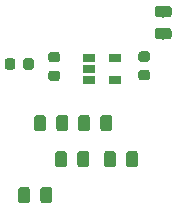
<source format=gbr>
G04 #@! TF.GenerationSoftware,KiCad,Pcbnew,(5.0.1)-rc2*
G04 #@! TF.CreationDate,2019-05-10T17:24:36-07:00*
G04 #@! TF.ProjectId,SAMD21E,53414D443231452E6B696361645F7063,rev?*
G04 #@! TF.SameCoordinates,Original*
G04 #@! TF.FileFunction,Paste,Bot*
G04 #@! TF.FilePolarity,Positive*
%FSLAX46Y46*%
G04 Gerber Fmt 4.6, Leading zero omitted, Abs format (unit mm)*
G04 Created by KiCad (PCBNEW (5.0.1)-rc2) date 5/10/2019 5:24:36 PM*
%MOMM*%
%LPD*%
G01*
G04 APERTURE LIST*
%ADD10C,0.100000*%
%ADD11C,0.975000*%
%ADD12C,0.875000*%
%ADD13R,1.060000X0.650000*%
G04 APERTURE END LIST*
D10*
G04 #@! TO.C,C3*
G36*
X159271642Y-101917174D02*
X159295303Y-101920684D01*
X159318507Y-101926496D01*
X159341029Y-101934554D01*
X159362653Y-101944782D01*
X159383170Y-101957079D01*
X159402383Y-101971329D01*
X159420107Y-101987393D01*
X159436171Y-102005117D01*
X159450421Y-102024330D01*
X159462718Y-102044847D01*
X159472946Y-102066471D01*
X159481004Y-102088993D01*
X159486816Y-102112197D01*
X159490326Y-102135858D01*
X159491500Y-102159750D01*
X159491500Y-103072250D01*
X159490326Y-103096142D01*
X159486816Y-103119803D01*
X159481004Y-103143007D01*
X159472946Y-103165529D01*
X159462718Y-103187153D01*
X159450421Y-103207670D01*
X159436171Y-103226883D01*
X159420107Y-103244607D01*
X159402383Y-103260671D01*
X159383170Y-103274921D01*
X159362653Y-103287218D01*
X159341029Y-103297446D01*
X159318507Y-103305504D01*
X159295303Y-103311316D01*
X159271642Y-103314826D01*
X159247750Y-103316000D01*
X158760250Y-103316000D01*
X158736358Y-103314826D01*
X158712697Y-103311316D01*
X158689493Y-103305504D01*
X158666971Y-103297446D01*
X158645347Y-103287218D01*
X158624830Y-103274921D01*
X158605617Y-103260671D01*
X158587893Y-103244607D01*
X158571829Y-103226883D01*
X158557579Y-103207670D01*
X158545282Y-103187153D01*
X158535054Y-103165529D01*
X158526996Y-103143007D01*
X158521184Y-103119803D01*
X158517674Y-103096142D01*
X158516500Y-103072250D01*
X158516500Y-102159750D01*
X158517674Y-102135858D01*
X158521184Y-102112197D01*
X158526996Y-102088993D01*
X158535054Y-102066471D01*
X158545282Y-102044847D01*
X158557579Y-102024330D01*
X158571829Y-102005117D01*
X158587893Y-101987393D01*
X158605617Y-101971329D01*
X158624830Y-101957079D01*
X158645347Y-101944782D01*
X158666971Y-101934554D01*
X158689493Y-101926496D01*
X158712697Y-101920684D01*
X158736358Y-101917174D01*
X158760250Y-101916000D01*
X159247750Y-101916000D01*
X159271642Y-101917174D01*
X159271642Y-101917174D01*
G37*
D11*
X159004000Y-102616000D03*
D10*
G36*
X161146642Y-101917174D02*
X161170303Y-101920684D01*
X161193507Y-101926496D01*
X161216029Y-101934554D01*
X161237653Y-101944782D01*
X161258170Y-101957079D01*
X161277383Y-101971329D01*
X161295107Y-101987393D01*
X161311171Y-102005117D01*
X161325421Y-102024330D01*
X161337718Y-102044847D01*
X161347946Y-102066471D01*
X161356004Y-102088993D01*
X161361816Y-102112197D01*
X161365326Y-102135858D01*
X161366500Y-102159750D01*
X161366500Y-103072250D01*
X161365326Y-103096142D01*
X161361816Y-103119803D01*
X161356004Y-103143007D01*
X161347946Y-103165529D01*
X161337718Y-103187153D01*
X161325421Y-103207670D01*
X161311171Y-103226883D01*
X161295107Y-103244607D01*
X161277383Y-103260671D01*
X161258170Y-103274921D01*
X161237653Y-103287218D01*
X161216029Y-103297446D01*
X161193507Y-103305504D01*
X161170303Y-103311316D01*
X161146642Y-103314826D01*
X161122750Y-103316000D01*
X160635250Y-103316000D01*
X160611358Y-103314826D01*
X160587697Y-103311316D01*
X160564493Y-103305504D01*
X160541971Y-103297446D01*
X160520347Y-103287218D01*
X160499830Y-103274921D01*
X160480617Y-103260671D01*
X160462893Y-103244607D01*
X160446829Y-103226883D01*
X160432579Y-103207670D01*
X160420282Y-103187153D01*
X160410054Y-103165529D01*
X160401996Y-103143007D01*
X160396184Y-103119803D01*
X160392674Y-103096142D01*
X160391500Y-103072250D01*
X160391500Y-102159750D01*
X160392674Y-102135858D01*
X160396184Y-102112197D01*
X160401996Y-102088993D01*
X160410054Y-102066471D01*
X160420282Y-102044847D01*
X160432579Y-102024330D01*
X160446829Y-102005117D01*
X160462893Y-101987393D01*
X160480617Y-101971329D01*
X160499830Y-101957079D01*
X160520347Y-101944782D01*
X160541971Y-101934554D01*
X160564493Y-101926496D01*
X160587697Y-101920684D01*
X160611358Y-101917174D01*
X160635250Y-101916000D01*
X161122750Y-101916000D01*
X161146642Y-101917174D01*
X161146642Y-101917174D01*
G37*
D11*
X160879000Y-102616000D03*
G04 #@! TD*
D10*
G04 #@! TO.C,C4*
G36*
X155540142Y-101917174D02*
X155563803Y-101920684D01*
X155587007Y-101926496D01*
X155609529Y-101934554D01*
X155631153Y-101944782D01*
X155651670Y-101957079D01*
X155670883Y-101971329D01*
X155688607Y-101987393D01*
X155704671Y-102005117D01*
X155718921Y-102024330D01*
X155731218Y-102044847D01*
X155741446Y-102066471D01*
X155749504Y-102088993D01*
X155755316Y-102112197D01*
X155758826Y-102135858D01*
X155760000Y-102159750D01*
X155760000Y-103072250D01*
X155758826Y-103096142D01*
X155755316Y-103119803D01*
X155749504Y-103143007D01*
X155741446Y-103165529D01*
X155731218Y-103187153D01*
X155718921Y-103207670D01*
X155704671Y-103226883D01*
X155688607Y-103244607D01*
X155670883Y-103260671D01*
X155651670Y-103274921D01*
X155631153Y-103287218D01*
X155609529Y-103297446D01*
X155587007Y-103305504D01*
X155563803Y-103311316D01*
X155540142Y-103314826D01*
X155516250Y-103316000D01*
X155028750Y-103316000D01*
X155004858Y-103314826D01*
X154981197Y-103311316D01*
X154957993Y-103305504D01*
X154935471Y-103297446D01*
X154913847Y-103287218D01*
X154893330Y-103274921D01*
X154874117Y-103260671D01*
X154856393Y-103244607D01*
X154840329Y-103226883D01*
X154826079Y-103207670D01*
X154813782Y-103187153D01*
X154803554Y-103165529D01*
X154795496Y-103143007D01*
X154789684Y-103119803D01*
X154786174Y-103096142D01*
X154785000Y-103072250D01*
X154785000Y-102159750D01*
X154786174Y-102135858D01*
X154789684Y-102112197D01*
X154795496Y-102088993D01*
X154803554Y-102066471D01*
X154813782Y-102044847D01*
X154826079Y-102024330D01*
X154840329Y-102005117D01*
X154856393Y-101987393D01*
X154874117Y-101971329D01*
X154893330Y-101957079D01*
X154913847Y-101944782D01*
X154935471Y-101934554D01*
X154957993Y-101926496D01*
X154981197Y-101920684D01*
X155004858Y-101917174D01*
X155028750Y-101916000D01*
X155516250Y-101916000D01*
X155540142Y-101917174D01*
X155540142Y-101917174D01*
G37*
D11*
X155272500Y-102616000D03*
D10*
G36*
X157415142Y-101917174D02*
X157438803Y-101920684D01*
X157462007Y-101926496D01*
X157484529Y-101934554D01*
X157506153Y-101944782D01*
X157526670Y-101957079D01*
X157545883Y-101971329D01*
X157563607Y-101987393D01*
X157579671Y-102005117D01*
X157593921Y-102024330D01*
X157606218Y-102044847D01*
X157616446Y-102066471D01*
X157624504Y-102088993D01*
X157630316Y-102112197D01*
X157633826Y-102135858D01*
X157635000Y-102159750D01*
X157635000Y-103072250D01*
X157633826Y-103096142D01*
X157630316Y-103119803D01*
X157624504Y-103143007D01*
X157616446Y-103165529D01*
X157606218Y-103187153D01*
X157593921Y-103207670D01*
X157579671Y-103226883D01*
X157563607Y-103244607D01*
X157545883Y-103260671D01*
X157526670Y-103274921D01*
X157506153Y-103287218D01*
X157484529Y-103297446D01*
X157462007Y-103305504D01*
X157438803Y-103311316D01*
X157415142Y-103314826D01*
X157391250Y-103316000D01*
X156903750Y-103316000D01*
X156879858Y-103314826D01*
X156856197Y-103311316D01*
X156832993Y-103305504D01*
X156810471Y-103297446D01*
X156788847Y-103287218D01*
X156768330Y-103274921D01*
X156749117Y-103260671D01*
X156731393Y-103244607D01*
X156715329Y-103226883D01*
X156701079Y-103207670D01*
X156688782Y-103187153D01*
X156678554Y-103165529D01*
X156670496Y-103143007D01*
X156664684Y-103119803D01*
X156661174Y-103096142D01*
X156660000Y-103072250D01*
X156660000Y-102159750D01*
X156661174Y-102135858D01*
X156664684Y-102112197D01*
X156670496Y-102088993D01*
X156678554Y-102066471D01*
X156688782Y-102044847D01*
X156701079Y-102024330D01*
X156715329Y-102005117D01*
X156731393Y-101987393D01*
X156749117Y-101971329D01*
X156768330Y-101957079D01*
X156788847Y-101944782D01*
X156810471Y-101934554D01*
X156832993Y-101926496D01*
X156856197Y-101920684D01*
X156879858Y-101917174D01*
X156903750Y-101916000D01*
X157391250Y-101916000D01*
X157415142Y-101917174D01*
X157415142Y-101917174D01*
G37*
D11*
X157147500Y-102616000D03*
G04 #@! TD*
D10*
G04 #@! TO.C,C5*
G36*
X156741691Y-96591553D02*
X156762926Y-96594703D01*
X156783750Y-96599919D01*
X156803962Y-96607151D01*
X156823368Y-96616330D01*
X156841781Y-96627366D01*
X156859024Y-96640154D01*
X156874930Y-96654570D01*
X156889346Y-96670476D01*
X156902134Y-96687719D01*
X156913170Y-96706132D01*
X156922349Y-96725538D01*
X156929581Y-96745750D01*
X156934797Y-96766574D01*
X156937947Y-96787809D01*
X156939000Y-96809250D01*
X156939000Y-97246750D01*
X156937947Y-97268191D01*
X156934797Y-97289426D01*
X156929581Y-97310250D01*
X156922349Y-97330462D01*
X156913170Y-97349868D01*
X156902134Y-97368281D01*
X156889346Y-97385524D01*
X156874930Y-97401430D01*
X156859024Y-97415846D01*
X156841781Y-97428634D01*
X156823368Y-97439670D01*
X156803962Y-97448849D01*
X156783750Y-97456081D01*
X156762926Y-97461297D01*
X156741691Y-97464447D01*
X156720250Y-97465500D01*
X156207750Y-97465500D01*
X156186309Y-97464447D01*
X156165074Y-97461297D01*
X156144250Y-97456081D01*
X156124038Y-97448849D01*
X156104632Y-97439670D01*
X156086219Y-97428634D01*
X156068976Y-97415846D01*
X156053070Y-97401430D01*
X156038654Y-97385524D01*
X156025866Y-97368281D01*
X156014830Y-97349868D01*
X156005651Y-97330462D01*
X155998419Y-97310250D01*
X155993203Y-97289426D01*
X155990053Y-97268191D01*
X155989000Y-97246750D01*
X155989000Y-96809250D01*
X155990053Y-96787809D01*
X155993203Y-96766574D01*
X155998419Y-96745750D01*
X156005651Y-96725538D01*
X156014830Y-96706132D01*
X156025866Y-96687719D01*
X156038654Y-96670476D01*
X156053070Y-96654570D01*
X156068976Y-96640154D01*
X156086219Y-96627366D01*
X156104632Y-96616330D01*
X156124038Y-96607151D01*
X156144250Y-96599919D01*
X156165074Y-96594703D01*
X156186309Y-96591553D01*
X156207750Y-96590500D01*
X156720250Y-96590500D01*
X156741691Y-96591553D01*
X156741691Y-96591553D01*
G37*
D12*
X156464000Y-97028000D03*
D10*
G36*
X156741691Y-98166553D02*
X156762926Y-98169703D01*
X156783750Y-98174919D01*
X156803962Y-98182151D01*
X156823368Y-98191330D01*
X156841781Y-98202366D01*
X156859024Y-98215154D01*
X156874930Y-98229570D01*
X156889346Y-98245476D01*
X156902134Y-98262719D01*
X156913170Y-98281132D01*
X156922349Y-98300538D01*
X156929581Y-98320750D01*
X156934797Y-98341574D01*
X156937947Y-98362809D01*
X156939000Y-98384250D01*
X156939000Y-98821750D01*
X156937947Y-98843191D01*
X156934797Y-98864426D01*
X156929581Y-98885250D01*
X156922349Y-98905462D01*
X156913170Y-98924868D01*
X156902134Y-98943281D01*
X156889346Y-98960524D01*
X156874930Y-98976430D01*
X156859024Y-98990846D01*
X156841781Y-99003634D01*
X156823368Y-99014670D01*
X156803962Y-99023849D01*
X156783750Y-99031081D01*
X156762926Y-99036297D01*
X156741691Y-99039447D01*
X156720250Y-99040500D01*
X156207750Y-99040500D01*
X156186309Y-99039447D01*
X156165074Y-99036297D01*
X156144250Y-99031081D01*
X156124038Y-99023849D01*
X156104632Y-99014670D01*
X156086219Y-99003634D01*
X156068976Y-98990846D01*
X156053070Y-98976430D01*
X156038654Y-98960524D01*
X156025866Y-98943281D01*
X156014830Y-98924868D01*
X156005651Y-98905462D01*
X155998419Y-98885250D01*
X155993203Y-98864426D01*
X155990053Y-98843191D01*
X155989000Y-98821750D01*
X155989000Y-98384250D01*
X155990053Y-98362809D01*
X155993203Y-98341574D01*
X155998419Y-98320750D01*
X156005651Y-98300538D01*
X156014830Y-98281132D01*
X156025866Y-98262719D01*
X156038654Y-98245476D01*
X156053070Y-98229570D01*
X156068976Y-98215154D01*
X156086219Y-98202366D01*
X156104632Y-98191330D01*
X156124038Y-98182151D01*
X156144250Y-98174919D01*
X156165074Y-98169703D01*
X156186309Y-98166553D01*
X156207750Y-98165500D01*
X156720250Y-98165500D01*
X156741691Y-98166553D01*
X156741691Y-98166553D01*
G37*
D12*
X156464000Y-98603000D03*
G04 #@! TD*
D10*
G04 #@! TO.C,C6*
G36*
X161460642Y-104965174D02*
X161484303Y-104968684D01*
X161507507Y-104974496D01*
X161530029Y-104982554D01*
X161551653Y-104992782D01*
X161572170Y-105005079D01*
X161591383Y-105019329D01*
X161609107Y-105035393D01*
X161625171Y-105053117D01*
X161639421Y-105072330D01*
X161651718Y-105092847D01*
X161661946Y-105114471D01*
X161670004Y-105136993D01*
X161675816Y-105160197D01*
X161679326Y-105183858D01*
X161680500Y-105207750D01*
X161680500Y-106120250D01*
X161679326Y-106144142D01*
X161675816Y-106167803D01*
X161670004Y-106191007D01*
X161661946Y-106213529D01*
X161651718Y-106235153D01*
X161639421Y-106255670D01*
X161625171Y-106274883D01*
X161609107Y-106292607D01*
X161591383Y-106308671D01*
X161572170Y-106322921D01*
X161551653Y-106335218D01*
X161530029Y-106345446D01*
X161507507Y-106353504D01*
X161484303Y-106359316D01*
X161460642Y-106362826D01*
X161436750Y-106364000D01*
X160949250Y-106364000D01*
X160925358Y-106362826D01*
X160901697Y-106359316D01*
X160878493Y-106353504D01*
X160855971Y-106345446D01*
X160834347Y-106335218D01*
X160813830Y-106322921D01*
X160794617Y-106308671D01*
X160776893Y-106292607D01*
X160760829Y-106274883D01*
X160746579Y-106255670D01*
X160734282Y-106235153D01*
X160724054Y-106213529D01*
X160715996Y-106191007D01*
X160710184Y-106167803D01*
X160706674Y-106144142D01*
X160705500Y-106120250D01*
X160705500Y-105207750D01*
X160706674Y-105183858D01*
X160710184Y-105160197D01*
X160715996Y-105136993D01*
X160724054Y-105114471D01*
X160734282Y-105092847D01*
X160746579Y-105072330D01*
X160760829Y-105053117D01*
X160776893Y-105035393D01*
X160794617Y-105019329D01*
X160813830Y-105005079D01*
X160834347Y-104992782D01*
X160855971Y-104982554D01*
X160878493Y-104974496D01*
X160901697Y-104968684D01*
X160925358Y-104965174D01*
X160949250Y-104964000D01*
X161436750Y-104964000D01*
X161460642Y-104965174D01*
X161460642Y-104965174D01*
G37*
D11*
X161193000Y-105664000D03*
D10*
G36*
X163335642Y-104965174D02*
X163359303Y-104968684D01*
X163382507Y-104974496D01*
X163405029Y-104982554D01*
X163426653Y-104992782D01*
X163447170Y-105005079D01*
X163466383Y-105019329D01*
X163484107Y-105035393D01*
X163500171Y-105053117D01*
X163514421Y-105072330D01*
X163526718Y-105092847D01*
X163536946Y-105114471D01*
X163545004Y-105136993D01*
X163550816Y-105160197D01*
X163554326Y-105183858D01*
X163555500Y-105207750D01*
X163555500Y-106120250D01*
X163554326Y-106144142D01*
X163550816Y-106167803D01*
X163545004Y-106191007D01*
X163536946Y-106213529D01*
X163526718Y-106235153D01*
X163514421Y-106255670D01*
X163500171Y-106274883D01*
X163484107Y-106292607D01*
X163466383Y-106308671D01*
X163447170Y-106322921D01*
X163426653Y-106335218D01*
X163405029Y-106345446D01*
X163382507Y-106353504D01*
X163359303Y-106359316D01*
X163335642Y-106362826D01*
X163311750Y-106364000D01*
X162824250Y-106364000D01*
X162800358Y-106362826D01*
X162776697Y-106359316D01*
X162753493Y-106353504D01*
X162730971Y-106345446D01*
X162709347Y-106335218D01*
X162688830Y-106322921D01*
X162669617Y-106308671D01*
X162651893Y-106292607D01*
X162635829Y-106274883D01*
X162621579Y-106255670D01*
X162609282Y-106235153D01*
X162599054Y-106213529D01*
X162590996Y-106191007D01*
X162585184Y-106167803D01*
X162581674Y-106144142D01*
X162580500Y-106120250D01*
X162580500Y-105207750D01*
X162581674Y-105183858D01*
X162585184Y-105160197D01*
X162590996Y-105136993D01*
X162599054Y-105114471D01*
X162609282Y-105092847D01*
X162621579Y-105072330D01*
X162635829Y-105053117D01*
X162651893Y-105035393D01*
X162669617Y-105019329D01*
X162688830Y-105005079D01*
X162709347Y-104992782D01*
X162730971Y-104982554D01*
X162753493Y-104974496D01*
X162776697Y-104968684D01*
X162800358Y-104965174D01*
X162824250Y-104964000D01*
X163311750Y-104964000D01*
X163335642Y-104965174D01*
X163335642Y-104965174D01*
G37*
D11*
X163068000Y-105664000D03*
G04 #@! TD*
D10*
G04 #@! TO.C,C7*
G36*
X154191642Y-108013174D02*
X154215303Y-108016684D01*
X154238507Y-108022496D01*
X154261029Y-108030554D01*
X154282653Y-108040782D01*
X154303170Y-108053079D01*
X154322383Y-108067329D01*
X154340107Y-108083393D01*
X154356171Y-108101117D01*
X154370421Y-108120330D01*
X154382718Y-108140847D01*
X154392946Y-108162471D01*
X154401004Y-108184993D01*
X154406816Y-108208197D01*
X154410326Y-108231858D01*
X154411500Y-108255750D01*
X154411500Y-109168250D01*
X154410326Y-109192142D01*
X154406816Y-109215803D01*
X154401004Y-109239007D01*
X154392946Y-109261529D01*
X154382718Y-109283153D01*
X154370421Y-109303670D01*
X154356171Y-109322883D01*
X154340107Y-109340607D01*
X154322383Y-109356671D01*
X154303170Y-109370921D01*
X154282653Y-109383218D01*
X154261029Y-109393446D01*
X154238507Y-109401504D01*
X154215303Y-109407316D01*
X154191642Y-109410826D01*
X154167750Y-109412000D01*
X153680250Y-109412000D01*
X153656358Y-109410826D01*
X153632697Y-109407316D01*
X153609493Y-109401504D01*
X153586971Y-109393446D01*
X153565347Y-109383218D01*
X153544830Y-109370921D01*
X153525617Y-109356671D01*
X153507893Y-109340607D01*
X153491829Y-109322883D01*
X153477579Y-109303670D01*
X153465282Y-109283153D01*
X153455054Y-109261529D01*
X153446996Y-109239007D01*
X153441184Y-109215803D01*
X153437674Y-109192142D01*
X153436500Y-109168250D01*
X153436500Y-108255750D01*
X153437674Y-108231858D01*
X153441184Y-108208197D01*
X153446996Y-108184993D01*
X153455054Y-108162471D01*
X153465282Y-108140847D01*
X153477579Y-108120330D01*
X153491829Y-108101117D01*
X153507893Y-108083393D01*
X153525617Y-108067329D01*
X153544830Y-108053079D01*
X153565347Y-108040782D01*
X153586971Y-108030554D01*
X153609493Y-108022496D01*
X153632697Y-108016684D01*
X153656358Y-108013174D01*
X153680250Y-108012000D01*
X154167750Y-108012000D01*
X154191642Y-108013174D01*
X154191642Y-108013174D01*
G37*
D11*
X153924000Y-108712000D03*
D10*
G36*
X156066642Y-108013174D02*
X156090303Y-108016684D01*
X156113507Y-108022496D01*
X156136029Y-108030554D01*
X156157653Y-108040782D01*
X156178170Y-108053079D01*
X156197383Y-108067329D01*
X156215107Y-108083393D01*
X156231171Y-108101117D01*
X156245421Y-108120330D01*
X156257718Y-108140847D01*
X156267946Y-108162471D01*
X156276004Y-108184993D01*
X156281816Y-108208197D01*
X156285326Y-108231858D01*
X156286500Y-108255750D01*
X156286500Y-109168250D01*
X156285326Y-109192142D01*
X156281816Y-109215803D01*
X156276004Y-109239007D01*
X156267946Y-109261529D01*
X156257718Y-109283153D01*
X156245421Y-109303670D01*
X156231171Y-109322883D01*
X156215107Y-109340607D01*
X156197383Y-109356671D01*
X156178170Y-109370921D01*
X156157653Y-109383218D01*
X156136029Y-109393446D01*
X156113507Y-109401504D01*
X156090303Y-109407316D01*
X156066642Y-109410826D01*
X156042750Y-109412000D01*
X155555250Y-109412000D01*
X155531358Y-109410826D01*
X155507697Y-109407316D01*
X155484493Y-109401504D01*
X155461971Y-109393446D01*
X155440347Y-109383218D01*
X155419830Y-109370921D01*
X155400617Y-109356671D01*
X155382893Y-109340607D01*
X155366829Y-109322883D01*
X155352579Y-109303670D01*
X155340282Y-109283153D01*
X155330054Y-109261529D01*
X155321996Y-109239007D01*
X155316184Y-109215803D01*
X155312674Y-109192142D01*
X155311500Y-109168250D01*
X155311500Y-108255750D01*
X155312674Y-108231858D01*
X155316184Y-108208197D01*
X155321996Y-108184993D01*
X155330054Y-108162471D01*
X155340282Y-108140847D01*
X155352579Y-108120330D01*
X155366829Y-108101117D01*
X155382893Y-108083393D01*
X155400617Y-108067329D01*
X155419830Y-108053079D01*
X155440347Y-108040782D01*
X155461971Y-108030554D01*
X155484493Y-108022496D01*
X155507697Y-108016684D01*
X155531358Y-108013174D01*
X155555250Y-108012000D01*
X156042750Y-108012000D01*
X156066642Y-108013174D01*
X156066642Y-108013174D01*
G37*
D11*
X155799000Y-108712000D03*
G04 #@! TD*
D10*
G04 #@! TO.C,C9*
G36*
X164361691Y-96540553D02*
X164382926Y-96543703D01*
X164403750Y-96548919D01*
X164423962Y-96556151D01*
X164443368Y-96565330D01*
X164461781Y-96576366D01*
X164479024Y-96589154D01*
X164494930Y-96603570D01*
X164509346Y-96619476D01*
X164522134Y-96636719D01*
X164533170Y-96655132D01*
X164542349Y-96674538D01*
X164549581Y-96694750D01*
X164554797Y-96715574D01*
X164557947Y-96736809D01*
X164559000Y-96758250D01*
X164559000Y-97195750D01*
X164557947Y-97217191D01*
X164554797Y-97238426D01*
X164549581Y-97259250D01*
X164542349Y-97279462D01*
X164533170Y-97298868D01*
X164522134Y-97317281D01*
X164509346Y-97334524D01*
X164494930Y-97350430D01*
X164479024Y-97364846D01*
X164461781Y-97377634D01*
X164443368Y-97388670D01*
X164423962Y-97397849D01*
X164403750Y-97405081D01*
X164382926Y-97410297D01*
X164361691Y-97413447D01*
X164340250Y-97414500D01*
X163827750Y-97414500D01*
X163806309Y-97413447D01*
X163785074Y-97410297D01*
X163764250Y-97405081D01*
X163744038Y-97397849D01*
X163724632Y-97388670D01*
X163706219Y-97377634D01*
X163688976Y-97364846D01*
X163673070Y-97350430D01*
X163658654Y-97334524D01*
X163645866Y-97317281D01*
X163634830Y-97298868D01*
X163625651Y-97279462D01*
X163618419Y-97259250D01*
X163613203Y-97238426D01*
X163610053Y-97217191D01*
X163609000Y-97195750D01*
X163609000Y-96758250D01*
X163610053Y-96736809D01*
X163613203Y-96715574D01*
X163618419Y-96694750D01*
X163625651Y-96674538D01*
X163634830Y-96655132D01*
X163645866Y-96636719D01*
X163658654Y-96619476D01*
X163673070Y-96603570D01*
X163688976Y-96589154D01*
X163706219Y-96576366D01*
X163724632Y-96565330D01*
X163744038Y-96556151D01*
X163764250Y-96548919D01*
X163785074Y-96543703D01*
X163806309Y-96540553D01*
X163827750Y-96539500D01*
X164340250Y-96539500D01*
X164361691Y-96540553D01*
X164361691Y-96540553D01*
G37*
D12*
X164084000Y-96977000D03*
D10*
G36*
X164361691Y-98115553D02*
X164382926Y-98118703D01*
X164403750Y-98123919D01*
X164423962Y-98131151D01*
X164443368Y-98140330D01*
X164461781Y-98151366D01*
X164479024Y-98164154D01*
X164494930Y-98178570D01*
X164509346Y-98194476D01*
X164522134Y-98211719D01*
X164533170Y-98230132D01*
X164542349Y-98249538D01*
X164549581Y-98269750D01*
X164554797Y-98290574D01*
X164557947Y-98311809D01*
X164559000Y-98333250D01*
X164559000Y-98770750D01*
X164557947Y-98792191D01*
X164554797Y-98813426D01*
X164549581Y-98834250D01*
X164542349Y-98854462D01*
X164533170Y-98873868D01*
X164522134Y-98892281D01*
X164509346Y-98909524D01*
X164494930Y-98925430D01*
X164479024Y-98939846D01*
X164461781Y-98952634D01*
X164443368Y-98963670D01*
X164423962Y-98972849D01*
X164403750Y-98980081D01*
X164382926Y-98985297D01*
X164361691Y-98988447D01*
X164340250Y-98989500D01*
X163827750Y-98989500D01*
X163806309Y-98988447D01*
X163785074Y-98985297D01*
X163764250Y-98980081D01*
X163744038Y-98972849D01*
X163724632Y-98963670D01*
X163706219Y-98952634D01*
X163688976Y-98939846D01*
X163673070Y-98925430D01*
X163658654Y-98909524D01*
X163645866Y-98892281D01*
X163634830Y-98873868D01*
X163625651Y-98854462D01*
X163618419Y-98834250D01*
X163613203Y-98813426D01*
X163610053Y-98792191D01*
X163609000Y-98770750D01*
X163609000Y-98333250D01*
X163610053Y-98311809D01*
X163613203Y-98290574D01*
X163618419Y-98269750D01*
X163625651Y-98249538D01*
X163634830Y-98230132D01*
X163645866Y-98211719D01*
X163658654Y-98194476D01*
X163673070Y-98178570D01*
X163688976Y-98164154D01*
X163706219Y-98151366D01*
X163724632Y-98140330D01*
X163744038Y-98131151D01*
X163764250Y-98123919D01*
X163785074Y-98118703D01*
X163806309Y-98115553D01*
X163827750Y-98114500D01*
X164340250Y-98114500D01*
X164361691Y-98115553D01*
X164361691Y-98115553D01*
G37*
D12*
X164084000Y-98552000D03*
G04 #@! TD*
D10*
G04 #@! TO.C,C10*
G36*
X166189742Y-94555874D02*
X166213403Y-94559384D01*
X166236607Y-94565196D01*
X166259129Y-94573254D01*
X166280753Y-94583482D01*
X166301270Y-94595779D01*
X166320483Y-94610029D01*
X166338207Y-94626093D01*
X166354271Y-94643817D01*
X166368521Y-94663030D01*
X166380818Y-94683547D01*
X166391046Y-94705171D01*
X166399104Y-94727693D01*
X166404916Y-94750897D01*
X166408426Y-94774558D01*
X166409600Y-94798450D01*
X166409600Y-95285950D01*
X166408426Y-95309842D01*
X166404916Y-95333503D01*
X166399104Y-95356707D01*
X166391046Y-95379229D01*
X166380818Y-95400853D01*
X166368521Y-95421370D01*
X166354271Y-95440583D01*
X166338207Y-95458307D01*
X166320483Y-95474371D01*
X166301270Y-95488621D01*
X166280753Y-95500918D01*
X166259129Y-95511146D01*
X166236607Y-95519204D01*
X166213403Y-95525016D01*
X166189742Y-95528526D01*
X166165850Y-95529700D01*
X165253350Y-95529700D01*
X165229458Y-95528526D01*
X165205797Y-95525016D01*
X165182593Y-95519204D01*
X165160071Y-95511146D01*
X165138447Y-95500918D01*
X165117930Y-95488621D01*
X165098717Y-95474371D01*
X165080993Y-95458307D01*
X165064929Y-95440583D01*
X165050679Y-95421370D01*
X165038382Y-95400853D01*
X165028154Y-95379229D01*
X165020096Y-95356707D01*
X165014284Y-95333503D01*
X165010774Y-95309842D01*
X165009600Y-95285950D01*
X165009600Y-94798450D01*
X165010774Y-94774558D01*
X165014284Y-94750897D01*
X165020096Y-94727693D01*
X165028154Y-94705171D01*
X165038382Y-94683547D01*
X165050679Y-94663030D01*
X165064929Y-94643817D01*
X165080993Y-94626093D01*
X165098717Y-94610029D01*
X165117930Y-94595779D01*
X165138447Y-94583482D01*
X165160071Y-94573254D01*
X165182593Y-94565196D01*
X165205797Y-94559384D01*
X165229458Y-94555874D01*
X165253350Y-94554700D01*
X166165850Y-94554700D01*
X166189742Y-94555874D01*
X166189742Y-94555874D01*
G37*
D11*
X165709600Y-95042200D03*
D10*
G36*
X166189742Y-92680874D02*
X166213403Y-92684384D01*
X166236607Y-92690196D01*
X166259129Y-92698254D01*
X166280753Y-92708482D01*
X166301270Y-92720779D01*
X166320483Y-92735029D01*
X166338207Y-92751093D01*
X166354271Y-92768817D01*
X166368521Y-92788030D01*
X166380818Y-92808547D01*
X166391046Y-92830171D01*
X166399104Y-92852693D01*
X166404916Y-92875897D01*
X166408426Y-92899558D01*
X166409600Y-92923450D01*
X166409600Y-93410950D01*
X166408426Y-93434842D01*
X166404916Y-93458503D01*
X166399104Y-93481707D01*
X166391046Y-93504229D01*
X166380818Y-93525853D01*
X166368521Y-93546370D01*
X166354271Y-93565583D01*
X166338207Y-93583307D01*
X166320483Y-93599371D01*
X166301270Y-93613621D01*
X166280753Y-93625918D01*
X166259129Y-93636146D01*
X166236607Y-93644204D01*
X166213403Y-93650016D01*
X166189742Y-93653526D01*
X166165850Y-93654700D01*
X165253350Y-93654700D01*
X165229458Y-93653526D01*
X165205797Y-93650016D01*
X165182593Y-93644204D01*
X165160071Y-93636146D01*
X165138447Y-93625918D01*
X165117930Y-93613621D01*
X165098717Y-93599371D01*
X165080993Y-93583307D01*
X165064929Y-93565583D01*
X165050679Y-93546370D01*
X165038382Y-93525853D01*
X165028154Y-93504229D01*
X165020096Y-93481707D01*
X165014284Y-93458503D01*
X165010774Y-93434842D01*
X165009600Y-93410950D01*
X165009600Y-92923450D01*
X165010774Y-92899558D01*
X165014284Y-92875897D01*
X165020096Y-92852693D01*
X165028154Y-92830171D01*
X165038382Y-92808547D01*
X165050679Y-92788030D01*
X165064929Y-92768817D01*
X165080993Y-92751093D01*
X165098717Y-92735029D01*
X165117930Y-92720779D01*
X165138447Y-92708482D01*
X165160071Y-92698254D01*
X165182593Y-92690196D01*
X165205797Y-92684384D01*
X165229458Y-92680874D01*
X165253350Y-92679700D01*
X166165850Y-92679700D01*
X166189742Y-92680874D01*
X166189742Y-92680874D01*
G37*
D11*
X165709600Y-93167200D03*
G04 #@! TD*
D10*
G04 #@! TO.C,L1*
G36*
X157318142Y-104965174D02*
X157341803Y-104968684D01*
X157365007Y-104974496D01*
X157387529Y-104982554D01*
X157409153Y-104992782D01*
X157429670Y-105005079D01*
X157448883Y-105019329D01*
X157466607Y-105035393D01*
X157482671Y-105053117D01*
X157496921Y-105072330D01*
X157509218Y-105092847D01*
X157519446Y-105114471D01*
X157527504Y-105136993D01*
X157533316Y-105160197D01*
X157536826Y-105183858D01*
X157538000Y-105207750D01*
X157538000Y-106120250D01*
X157536826Y-106144142D01*
X157533316Y-106167803D01*
X157527504Y-106191007D01*
X157519446Y-106213529D01*
X157509218Y-106235153D01*
X157496921Y-106255670D01*
X157482671Y-106274883D01*
X157466607Y-106292607D01*
X157448883Y-106308671D01*
X157429670Y-106322921D01*
X157409153Y-106335218D01*
X157387529Y-106345446D01*
X157365007Y-106353504D01*
X157341803Y-106359316D01*
X157318142Y-106362826D01*
X157294250Y-106364000D01*
X156806750Y-106364000D01*
X156782858Y-106362826D01*
X156759197Y-106359316D01*
X156735993Y-106353504D01*
X156713471Y-106345446D01*
X156691847Y-106335218D01*
X156671330Y-106322921D01*
X156652117Y-106308671D01*
X156634393Y-106292607D01*
X156618329Y-106274883D01*
X156604079Y-106255670D01*
X156591782Y-106235153D01*
X156581554Y-106213529D01*
X156573496Y-106191007D01*
X156567684Y-106167803D01*
X156564174Y-106144142D01*
X156563000Y-106120250D01*
X156563000Y-105207750D01*
X156564174Y-105183858D01*
X156567684Y-105160197D01*
X156573496Y-105136993D01*
X156581554Y-105114471D01*
X156591782Y-105092847D01*
X156604079Y-105072330D01*
X156618329Y-105053117D01*
X156634393Y-105035393D01*
X156652117Y-105019329D01*
X156671330Y-105005079D01*
X156691847Y-104992782D01*
X156713471Y-104982554D01*
X156735993Y-104974496D01*
X156759197Y-104968684D01*
X156782858Y-104965174D01*
X156806750Y-104964000D01*
X157294250Y-104964000D01*
X157318142Y-104965174D01*
X157318142Y-104965174D01*
G37*
D11*
X157050500Y-105664000D03*
D10*
G36*
X159193142Y-104965174D02*
X159216803Y-104968684D01*
X159240007Y-104974496D01*
X159262529Y-104982554D01*
X159284153Y-104992782D01*
X159304670Y-105005079D01*
X159323883Y-105019329D01*
X159341607Y-105035393D01*
X159357671Y-105053117D01*
X159371921Y-105072330D01*
X159384218Y-105092847D01*
X159394446Y-105114471D01*
X159402504Y-105136993D01*
X159408316Y-105160197D01*
X159411826Y-105183858D01*
X159413000Y-105207750D01*
X159413000Y-106120250D01*
X159411826Y-106144142D01*
X159408316Y-106167803D01*
X159402504Y-106191007D01*
X159394446Y-106213529D01*
X159384218Y-106235153D01*
X159371921Y-106255670D01*
X159357671Y-106274883D01*
X159341607Y-106292607D01*
X159323883Y-106308671D01*
X159304670Y-106322921D01*
X159284153Y-106335218D01*
X159262529Y-106345446D01*
X159240007Y-106353504D01*
X159216803Y-106359316D01*
X159193142Y-106362826D01*
X159169250Y-106364000D01*
X158681750Y-106364000D01*
X158657858Y-106362826D01*
X158634197Y-106359316D01*
X158610993Y-106353504D01*
X158588471Y-106345446D01*
X158566847Y-106335218D01*
X158546330Y-106322921D01*
X158527117Y-106308671D01*
X158509393Y-106292607D01*
X158493329Y-106274883D01*
X158479079Y-106255670D01*
X158466782Y-106235153D01*
X158456554Y-106213529D01*
X158448496Y-106191007D01*
X158442684Y-106167803D01*
X158439174Y-106144142D01*
X158438000Y-106120250D01*
X158438000Y-105207750D01*
X158439174Y-105183858D01*
X158442684Y-105160197D01*
X158448496Y-105136993D01*
X158456554Y-105114471D01*
X158466782Y-105092847D01*
X158479079Y-105072330D01*
X158493329Y-105053117D01*
X158509393Y-105035393D01*
X158527117Y-105019329D01*
X158546330Y-105005079D01*
X158566847Y-104992782D01*
X158588471Y-104982554D01*
X158610993Y-104974496D01*
X158634197Y-104968684D01*
X158657858Y-104965174D01*
X158681750Y-104964000D01*
X159169250Y-104964000D01*
X159193142Y-104965174D01*
X159193142Y-104965174D01*
G37*
D11*
X158925500Y-105664000D03*
G04 #@! TD*
D10*
G04 #@! TO.C,R1*
G36*
X152970191Y-97125553D02*
X152991426Y-97128703D01*
X153012250Y-97133919D01*
X153032462Y-97141151D01*
X153051868Y-97150330D01*
X153070281Y-97161366D01*
X153087524Y-97174154D01*
X153103430Y-97188570D01*
X153117846Y-97204476D01*
X153130634Y-97221719D01*
X153141670Y-97240132D01*
X153150849Y-97259538D01*
X153158081Y-97279750D01*
X153163297Y-97300574D01*
X153166447Y-97321809D01*
X153167500Y-97343250D01*
X153167500Y-97855750D01*
X153166447Y-97877191D01*
X153163297Y-97898426D01*
X153158081Y-97919250D01*
X153150849Y-97939462D01*
X153141670Y-97958868D01*
X153130634Y-97977281D01*
X153117846Y-97994524D01*
X153103430Y-98010430D01*
X153087524Y-98024846D01*
X153070281Y-98037634D01*
X153051868Y-98048670D01*
X153032462Y-98057849D01*
X153012250Y-98065081D01*
X152991426Y-98070297D01*
X152970191Y-98073447D01*
X152948750Y-98074500D01*
X152511250Y-98074500D01*
X152489809Y-98073447D01*
X152468574Y-98070297D01*
X152447750Y-98065081D01*
X152427538Y-98057849D01*
X152408132Y-98048670D01*
X152389719Y-98037634D01*
X152372476Y-98024846D01*
X152356570Y-98010430D01*
X152342154Y-97994524D01*
X152329366Y-97977281D01*
X152318330Y-97958868D01*
X152309151Y-97939462D01*
X152301919Y-97919250D01*
X152296703Y-97898426D01*
X152293553Y-97877191D01*
X152292500Y-97855750D01*
X152292500Y-97343250D01*
X152293553Y-97321809D01*
X152296703Y-97300574D01*
X152301919Y-97279750D01*
X152309151Y-97259538D01*
X152318330Y-97240132D01*
X152329366Y-97221719D01*
X152342154Y-97204476D01*
X152356570Y-97188570D01*
X152372476Y-97174154D01*
X152389719Y-97161366D01*
X152408132Y-97150330D01*
X152427538Y-97141151D01*
X152447750Y-97133919D01*
X152468574Y-97128703D01*
X152489809Y-97125553D01*
X152511250Y-97124500D01*
X152948750Y-97124500D01*
X152970191Y-97125553D01*
X152970191Y-97125553D01*
G37*
D12*
X152730000Y-97599500D03*
D10*
G36*
X154545191Y-97125553D02*
X154566426Y-97128703D01*
X154587250Y-97133919D01*
X154607462Y-97141151D01*
X154626868Y-97150330D01*
X154645281Y-97161366D01*
X154662524Y-97174154D01*
X154678430Y-97188570D01*
X154692846Y-97204476D01*
X154705634Y-97221719D01*
X154716670Y-97240132D01*
X154725849Y-97259538D01*
X154733081Y-97279750D01*
X154738297Y-97300574D01*
X154741447Y-97321809D01*
X154742500Y-97343250D01*
X154742500Y-97855750D01*
X154741447Y-97877191D01*
X154738297Y-97898426D01*
X154733081Y-97919250D01*
X154725849Y-97939462D01*
X154716670Y-97958868D01*
X154705634Y-97977281D01*
X154692846Y-97994524D01*
X154678430Y-98010430D01*
X154662524Y-98024846D01*
X154645281Y-98037634D01*
X154626868Y-98048670D01*
X154607462Y-98057849D01*
X154587250Y-98065081D01*
X154566426Y-98070297D01*
X154545191Y-98073447D01*
X154523750Y-98074500D01*
X154086250Y-98074500D01*
X154064809Y-98073447D01*
X154043574Y-98070297D01*
X154022750Y-98065081D01*
X154002538Y-98057849D01*
X153983132Y-98048670D01*
X153964719Y-98037634D01*
X153947476Y-98024846D01*
X153931570Y-98010430D01*
X153917154Y-97994524D01*
X153904366Y-97977281D01*
X153893330Y-97958868D01*
X153884151Y-97939462D01*
X153876919Y-97919250D01*
X153871703Y-97898426D01*
X153868553Y-97877191D01*
X153867500Y-97855750D01*
X153867500Y-97343250D01*
X153868553Y-97321809D01*
X153871703Y-97300574D01*
X153876919Y-97279750D01*
X153884151Y-97259538D01*
X153893330Y-97240132D01*
X153904366Y-97221719D01*
X153917154Y-97204476D01*
X153931570Y-97188570D01*
X153947476Y-97174154D01*
X153964719Y-97161366D01*
X153983132Y-97150330D01*
X154002538Y-97141151D01*
X154022750Y-97133919D01*
X154043574Y-97128703D01*
X154064809Y-97125553D01*
X154086250Y-97124500D01*
X154523750Y-97124500D01*
X154545191Y-97125553D01*
X154545191Y-97125553D01*
G37*
D12*
X154305000Y-97599500D03*
G04 #@! TD*
D13*
G04 #@! TO.C,U2*
X159428000Y-98994000D03*
X159428000Y-98044000D03*
X159428000Y-97094000D03*
X161628000Y-97094000D03*
X161628000Y-98994000D03*
G04 #@! TD*
M02*

</source>
